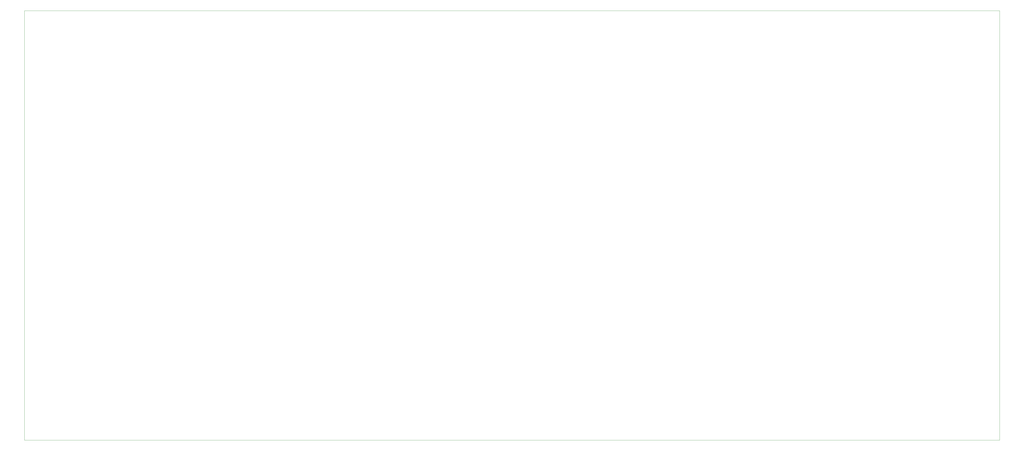
<source format=gbr>
G04 #@! TF.GenerationSoftware,KiCad,Pcbnew,(5.1.2-1)-1*
G04 #@! TF.CreationDate,2023-01-11T17:46:34-05:00*
G04 #@! TF.ProjectId,DrumMachineControlBoard,4472756d-4d61-4636-9869-6e65436f6e74,rev?*
G04 #@! TF.SameCoordinates,Original*
G04 #@! TF.FileFunction,Profile,NP*
%FSLAX46Y46*%
G04 Gerber Fmt 4.6, Leading zero omitted, Abs format (unit mm)*
G04 Created by KiCad (PCBNEW (5.1.2-1)-1) date 2023-01-11 17:46:34*
%MOMM*%
%LPD*%
G04 APERTURE LIST*
%ADD10C,0.050000*%
G04 APERTURE END LIST*
D10*
X12192000Y5588000D02*
X398018000Y5588000D01*
X12192000Y2540000D02*
X12192000Y5588000D01*
X398000000Y-12200000D02*
X398018000Y5588000D01*
X12200000Y-12200000D02*
X12192000Y2540000D01*
X398000000Y-164600000D02*
X398000000Y-12200000D01*
X317000000Y-164600000D02*
X398000000Y-164600000D01*
X12200000Y-164600000D02*
X317000000Y-164600000D01*
X12200000Y-12200000D02*
X12200000Y-164600000D01*
M02*

</source>
